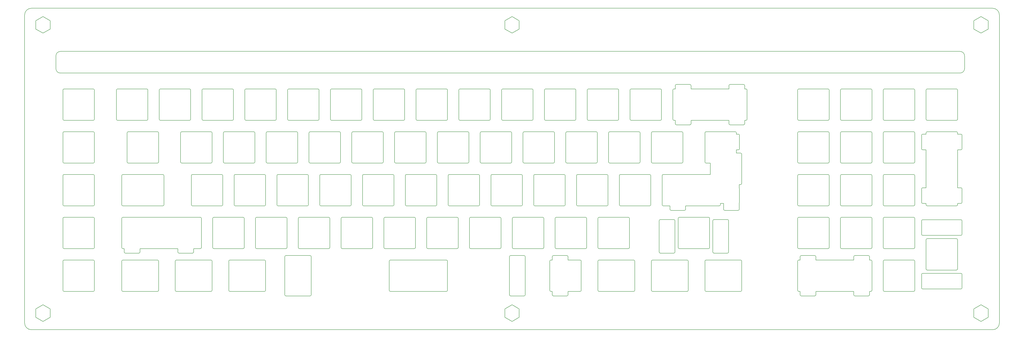
<source format=gbr>
G04 #@! TF.GenerationSoftware,KiCad,Pcbnew,(5.1.5)-3*
G04 #@! TF.CreationDate,2021-03-20T18:45:02-07:00*
G04 #@! TF.ProjectId,plate,706c6174-652e-46b6-9963-61645f706362,rev?*
G04 #@! TF.SameCoordinates,Original*
G04 #@! TF.FileFunction,Profile,NP*
%FSLAX46Y46*%
G04 Gerber Fmt 4.6, Leading zero omitted, Abs format (unit mm)*
G04 Created by KiCad (PCBNEW (5.1.5)-3) date 2021-03-20 18:45:02*
%MOMM*%
%LPD*%
G04 APERTURE LIST*
%ADD10C,0.200000*%
G04 APERTURE END LIST*
D10*
X358068750Y-10718474D02*
X358068750Y-147900000D01*
X325431247Y-57150002D02*
X325431247Y-44150002D01*
X338931247Y-43650002D02*
G75*
G02X339431247Y-44150002I0J-500000D01*
G01*
X97631250Y-100800000D02*
G75*
G02X98131250Y-101300000I0J-500000D01*
G01*
X84131250Y-101300000D02*
G75*
G02X84631250Y-100800000I500000J0D01*
G01*
X98918750Y-43650000D02*
X111918750Y-43650000D01*
X111918750Y-57650000D02*
X98918750Y-57650000D01*
X-75793749Y-10718474D02*
G75*
G02X-72793749Y-7718474I3000000J0D01*
G01*
X-72793749Y-150900000D02*
G75*
G02X-75793749Y-147900000I0J3000000D01*
G01*
X179881250Y-133850000D02*
G75*
G02X179381250Y-133350000I0J500000D01*
G01*
X325931247Y-57650002D02*
G75*
G02X325431247Y-57150002I0J500000D01*
G01*
X98918750Y-57650000D02*
G75*
G02X98418750Y-57150000I0J500000D01*
G01*
X98418750Y-44150000D02*
G75*
G02X98918750Y-43650000I500000J0D01*
G01*
X-72793749Y-7718474D02*
X355068750Y-7718474D01*
X84631250Y-100800000D02*
X97631250Y-100800000D01*
X358068750Y-147900000D02*
G75*
G02X355068750Y-150900000I-3000000J0D01*
G01*
X98131250Y-101300000D02*
X98131250Y-114300000D01*
X338931247Y-57650002D02*
X325931247Y-57650002D01*
X84131250Y-114300000D02*
X84131250Y-101300000D01*
X112418750Y-44150000D02*
X112418750Y-57150000D01*
X84631250Y-114800000D02*
G75*
G02X84131250Y-114300000I0J500000D01*
G01*
X355068750Y-150900000D02*
X-72793749Y-150900000D01*
X339431247Y-44150002D02*
X339431247Y-57150002D01*
X97631250Y-114800000D02*
X84631250Y-114800000D01*
X98131250Y-114300000D02*
G75*
G02X97631250Y-114800000I-500000J0D01*
G01*
X179381250Y-133350000D02*
X179381250Y-120350000D01*
X195762500Y-133350000D02*
G75*
G02X195262500Y-133850000I-500000J0D01*
G01*
X98418750Y-57150000D02*
X98418750Y-44150000D01*
X111918750Y-43650000D02*
G75*
G02X112418750Y-44150000I0J-500000D01*
G01*
X112418750Y-57150000D02*
G75*
G02X111918750Y-57650000I-500000J0D01*
G01*
X195262500Y-133850000D02*
X179881250Y-133850000D01*
X339431247Y-57150002D02*
G75*
G02X338931247Y-57650002I-500000J0D01*
G01*
X325431247Y-44150002D02*
G75*
G02X325931247Y-43650002I500000J0D01*
G01*
X-75793749Y-147900000D02*
X-75793749Y-10718474D01*
X355068750Y-7718474D02*
G75*
G02X358068750Y-10718474I0J-3000000D01*
G01*
X325931247Y-43650002D02*
X338931247Y-43650002D01*
X179381250Y-120350000D02*
G75*
G02X179881250Y-119850000I500000J0D01*
G01*
X320381247Y-44150002D02*
X320381247Y-57150002D01*
X-34931249Y-57150000D02*
X-34931249Y-44150000D01*
X242887500Y-119850000D02*
G75*
G02X243387500Y-120350000I0J-500000D01*
G01*
X-20931249Y-44150000D02*
X-20931249Y-57150000D01*
X306381247Y-57150002D02*
X306381247Y-44150002D01*
X306881247Y-57650002D02*
G75*
G02X306381247Y-57150002I0J500000D01*
G01*
X320381247Y-57150002D02*
G75*
G02X319881247Y-57650002I-500000J0D01*
G01*
X160331250Y-114300000D02*
X160331250Y-101300000D01*
X206662000Y-102300000D02*
G75*
G02X207162000Y-101800000I500000J0D01*
G01*
X319881247Y-43650002D02*
G75*
G02X320381247Y-44150002I0J-500000D01*
G01*
X160331250Y-101300000D02*
G75*
G02X160831250Y-100800000I500000J0D01*
G01*
X160831250Y-114800000D02*
G75*
G02X160331250Y-114300000I0J500000D01*
G01*
X207162000Y-116800000D02*
G75*
G02X206662000Y-116300000I0J500000D01*
G01*
X243387500Y-133350000D02*
G75*
G02X242887500Y-133850000I-500000J0D01*
G01*
X79868750Y-57650000D02*
G75*
G02X79368750Y-57150000I0J500000D01*
G01*
X87012500Y-133850000D02*
G75*
G02X86512500Y-133350000I0J500000D01*
G01*
X86512500Y-120350000D02*
G75*
G02X87012500Y-119850000I500000J0D01*
G01*
X227006250Y-120350000D02*
X227006250Y-133350000D01*
X213662000Y-102300000D02*
X213662000Y-116300000D01*
X93368750Y-57150000D02*
G75*
G02X92868750Y-57650000I-500000J0D01*
G01*
X306881247Y-43650002D02*
X319881247Y-43650002D01*
X306381247Y-44150002D02*
G75*
G02X306881247Y-43650002I500000J0D01*
G01*
X79868750Y-43650000D02*
X92868750Y-43650000D01*
X111918750Y-119850000D02*
G75*
G02X112418750Y-120350000I0J-500000D01*
G01*
X160831250Y-100800000D02*
X173831250Y-100800000D01*
X112418750Y-120350000D02*
X112418750Y-133350000D01*
X213162000Y-101800000D02*
G75*
G02X213662000Y-102300000I0J-500000D01*
G01*
X173831250Y-114800000D02*
X160831250Y-114800000D01*
X-1881249Y-57150000D02*
G75*
G02X-2381249Y-57650000I-500000J0D01*
G01*
X-2381249Y-57650000D02*
X-15381249Y-57650000D01*
X174331250Y-101300000D02*
X174331250Y-114300000D01*
X-15881249Y-57150000D02*
X-15881249Y-44150000D01*
X174331250Y-114300000D02*
G75*
G02X173831250Y-114800000I-500000J0D01*
G01*
X173831250Y-100800000D02*
G75*
G02X174331250Y-101300000I0J-500000D01*
G01*
X213662000Y-116300000D02*
G75*
G02X213162000Y-116800000I-500000J0D01*
G01*
X112418750Y-133350000D02*
G75*
G02X111918750Y-133850000I-500000J0D01*
G01*
X-20931249Y-57150000D02*
G75*
G02X-21431249Y-57650000I-500000J0D01*
G01*
X87012500Y-119850000D02*
X111918750Y-119850000D01*
X242887500Y-119850000D02*
X227506250Y-119850000D01*
X213162000Y-116800000D02*
X207162000Y-116800000D01*
X-21431249Y-43650000D02*
G75*
G02X-20931249Y-44150000I0J-500000D01*
G01*
X111918750Y-133850000D02*
X87012500Y-133850000D01*
X-34431249Y-43650000D02*
X-21431249Y-43650000D01*
X93368750Y-44150000D02*
X93368750Y-57150000D01*
X79368750Y-44150000D02*
G75*
G02X79868750Y-43650000I500000J0D01*
G01*
X-34931249Y-44150000D02*
G75*
G02X-34431249Y-43650000I500000J0D01*
G01*
X227006250Y-120350000D02*
G75*
G02X227506250Y-119850000I500000J0D01*
G01*
X243387500Y-133350000D02*
X243387500Y-120350000D01*
X227506250Y-133850000D02*
G75*
G02X227006250Y-133350000I0J500000D01*
G01*
X92868750Y-57650000D02*
X79868750Y-57650000D01*
X92868750Y-43650000D02*
G75*
G02X93368750Y-44150000I0J-500000D01*
G01*
X207162000Y-101800000D02*
X213162000Y-101800000D01*
X227506250Y-133850000D02*
X242887500Y-133850000D01*
X86512500Y-133350000D02*
X86512500Y-120350000D01*
X-21431249Y-57650000D02*
X-34431249Y-57650000D01*
X195762500Y-120350000D02*
X195762500Y-133350000D01*
X179881250Y-119850000D02*
X195262500Y-119850000D01*
X206662000Y-116300000D02*
X206662000Y-102300000D01*
X-15381249Y-57650000D02*
G75*
G02X-15881249Y-57150000I0J500000D01*
G01*
X-34431249Y-57650000D02*
G75*
G02X-34931249Y-57150000I0J500000D01*
G01*
X79368750Y-57150000D02*
X79368750Y-44150000D01*
X319881247Y-57650002D02*
X306881247Y-57650002D01*
X195262500Y-119850000D02*
G75*
G02X195762500Y-120350000I0J-500000D01*
G01*
X15575001Y-133850000D02*
G75*
G02X15075001Y-133350000I0J500000D01*
G01*
X31456251Y-120350000D02*
X31456251Y-133350000D01*
X30956251Y-119850000D02*
G75*
G02X31456251Y-120350000I0J-500000D01*
G01*
X15575001Y-119850000D02*
X30956251Y-119850000D01*
X78581250Y-114800000D02*
X65581250Y-114800000D01*
X306381247Y-101300002D02*
G75*
G02X306881247Y-100800002I500000J0D01*
G01*
X319881247Y-100800002D02*
G75*
G02X320381247Y-101300002I0J-500000D01*
G01*
X346668865Y-141648161D02*
X346668865Y-145348161D01*
X141137500Y-139798161D02*
X137933206Y-141648161D01*
X349873159Y-139798161D02*
X346668865Y-141648161D01*
X141281250Y-101300000D02*
G75*
G02X141781250Y-100800000I500000J0D01*
G01*
X319881247Y-133850002D02*
X306881247Y-133850002D01*
X319881247Y-119850002D02*
G75*
G02X320381247Y-120350002I0J-500000D01*
G01*
X79081250Y-101300000D02*
X79081250Y-114300000D01*
X237038000Y-116800000D02*
X231038000Y-116800000D01*
X237538000Y-102300000D02*
X237538000Y-116300000D01*
X231038000Y-101800000D02*
X237038000Y-101800000D01*
X306881247Y-114800002D02*
G75*
G02X306381247Y-114300002I0J500000D01*
G01*
X141781250Y-100800000D02*
X154781250Y-100800000D01*
X144341794Y-145348161D02*
X144341794Y-141648161D01*
X349873159Y-147198161D02*
X353077453Y-145348161D01*
X30956251Y-133850000D02*
X15575001Y-133850000D01*
X141781250Y-114800000D02*
G75*
G02X141281250Y-114300000I0J500000D01*
G01*
X319881247Y-100800002D02*
X306881247Y-100800002D01*
X230538000Y-116300000D02*
X230538000Y-102300000D01*
X31456251Y-133350000D02*
G75*
G02X30956251Y-133850000I-500000J0D01*
G01*
X65081250Y-101300000D02*
G75*
G02X65581250Y-100800000I500000J0D01*
G01*
X65081250Y-114300000D02*
X65081250Y-101300000D01*
X15075001Y-120350000D02*
G75*
G02X15575001Y-119850000I500000J0D01*
G01*
X353077453Y-141648161D02*
X349873159Y-139798161D01*
X306881247Y-119850002D02*
X319881247Y-119850002D01*
X306381247Y-120350002D02*
G75*
G02X306881247Y-119850002I500000J0D01*
G01*
X154781250Y-100800000D02*
G75*
G02X155281250Y-101300000I0J-500000D01*
G01*
X306881247Y-114800002D02*
X319881247Y-114800002D01*
X320381247Y-133350002D02*
G75*
G02X319881247Y-133850002I-500000J0D01*
G01*
X65581250Y-100800000D02*
X78581250Y-100800000D01*
X141137500Y-147198161D02*
X144341794Y-145348161D01*
X154781250Y-114800000D02*
X141781250Y-114800000D01*
X320381247Y-120350002D02*
X320381247Y-133350002D01*
X231038000Y-116800000D02*
G75*
G02X230538000Y-116300000I0J500000D01*
G01*
X78581250Y-100800000D02*
G75*
G02X79081250Y-101300000I0J-500000D01*
G01*
X155281250Y-101300000D02*
X155281250Y-114300000D01*
X320381247Y-114300002D02*
X320381247Y-101300002D01*
X346668865Y-145348161D02*
X349873159Y-147198161D01*
X306381247Y-101300002D02*
X306381247Y-114300002D01*
X144341794Y-141648161D02*
X141137500Y-139798161D01*
X306381247Y-133350002D02*
X306381247Y-120350002D01*
X230538000Y-102300000D02*
G75*
G02X231038000Y-101800000I500000J0D01*
G01*
X155281250Y-114300000D02*
G75*
G02X154781250Y-114800000I-500000J0D01*
G01*
X65581250Y-114800000D02*
G75*
G02X65081250Y-114300000I0J500000D01*
G01*
X237038000Y-101800000D02*
G75*
G02X237538000Y-102300000I0J-500000D01*
G01*
X141281250Y-114300000D02*
X141281250Y-101300000D01*
X79081250Y-114300000D02*
G75*
G02X78581250Y-114800000I-500000J0D01*
G01*
X320381247Y-114300002D02*
G75*
G02X319881247Y-114800002I-500000J0D01*
G01*
X353077453Y-145348161D02*
X353077453Y-141648161D01*
X137933206Y-145348161D02*
X141137500Y-147198161D01*
X-1881249Y-44150000D02*
X-1881249Y-57150000D01*
X-2381249Y-43650000D02*
G75*
G02X-1881249Y-44150000I0J-500000D01*
G01*
X-15381249Y-43650000D02*
X-2381249Y-43650000D01*
X-15881249Y-44150000D02*
G75*
G02X-15381249Y-43650000I500000J0D01*
G01*
X306881247Y-133850002D02*
G75*
G02X306381247Y-133350002I0J500000D01*
G01*
X237538000Y-116300000D02*
G75*
G02X237038000Y-116800000I-500000J0D01*
G01*
X15075001Y-133350000D02*
X15075001Y-120350000D01*
X137933206Y-141648161D02*
X137933206Y-145348161D01*
X203693750Y-133850000D02*
X219075000Y-133850000D01*
X16668751Y-43650000D02*
G75*
G02X17168751Y-44150000I0J-500000D01*
G01*
X-70807515Y-141656960D02*
X-70797363Y-145356946D01*
X3168751Y-44150000D02*
G75*
G02X3668751Y-43650000I500000J0D01*
G01*
X268781247Y-95750002D02*
G75*
G02X268281247Y-95250002I0J500000D01*
G01*
X282281247Y-82250002D02*
X282281247Y-95250002D01*
X281781247Y-81750002D02*
G75*
G02X282281247Y-82250002I0J-500000D01*
G01*
X-58743749Y-63200000D02*
G75*
G02X-58243749Y-62700000I500000J0D01*
G01*
X3668751Y-57650000D02*
G75*
G02X3168751Y-57150000I0J500000D01*
G01*
X282281247Y-95250002D02*
G75*
G02X281781247Y-95750002I-500000J0D01*
G01*
X3668751Y-43650000D02*
X16668751Y-43650000D01*
X-67588005Y-147198147D02*
X-64388799Y-145339363D01*
X-44743749Y-120350000D02*
X-44743749Y-133350000D01*
X59531250Y-100800000D02*
G75*
G02X60031250Y-101300000I0J-500000D01*
G01*
X46031251Y-114300000D02*
X46031251Y-101300000D01*
X-58243749Y-133850000D02*
G75*
G02X-58743749Y-133350000I0J500000D01*
G01*
X-58243749Y-76700000D02*
G75*
G02X-58743749Y-76200000I0J500000D01*
G01*
X219575000Y-133350000D02*
G75*
G02X219075000Y-133850000I-500000J0D01*
G01*
X268781247Y-81750002D02*
X281781247Y-81750002D01*
X46031251Y-101300000D02*
G75*
G02X46531251Y-100800000I500000J0D01*
G01*
X3168751Y-57150000D02*
X3168751Y-44150000D01*
X17168751Y-44150000D02*
X17168751Y-57150000D01*
X-58743749Y-76200000D02*
X-58743749Y-63200000D01*
X-45243749Y-119850000D02*
G75*
G02X-44743749Y-120350000I0J-500000D01*
G01*
X219075000Y-119850000D02*
G75*
G02X219575000Y-120350000I0J-500000D01*
G01*
X203193750Y-120350000D02*
X203193750Y-133350000D01*
X219075000Y-119850000D02*
X203693750Y-119850000D01*
X-44743749Y-133350000D02*
G75*
G02X-45243749Y-133850000I-500000J0D01*
G01*
X-58243749Y-119850000D02*
X-45243749Y-119850000D01*
X60031250Y-114300000D02*
G75*
G02X59531250Y-114800000I-500000J0D01*
G01*
X-70797363Y-145356946D02*
X-67588005Y-147198147D01*
X60031250Y-101300000D02*
X60031250Y-114300000D01*
X-58743749Y-133350000D02*
X-58743749Y-120350000D01*
X-45243749Y-76700000D02*
X-58243749Y-76700000D01*
X-44743749Y-76200000D02*
G75*
G02X-45243749Y-76700000I-500000J0D01*
G01*
X-45243749Y-133850000D02*
X-58243749Y-133850000D01*
X203693750Y-133850000D02*
G75*
G02X203193750Y-133350000I0J500000D01*
G01*
X17168751Y-57150000D02*
G75*
G02X16668751Y-57650000I-500000J0D01*
G01*
X59531250Y-114800000D02*
X46531251Y-114800000D01*
X46531251Y-100800000D02*
X59531250Y-100800000D01*
X203193750Y-120350000D02*
G75*
G02X203693750Y-119850000I500000J0D01*
G01*
X268281247Y-95250002D02*
X268281247Y-82250002D01*
X-44743749Y-63200000D02*
X-44743749Y-76200000D01*
X-58243749Y-62700000D02*
X-45243749Y-62700000D01*
X16668751Y-57650000D02*
X3668751Y-57650000D01*
X268281247Y-82250002D02*
G75*
G02X268781247Y-81750002I500000J0D01*
G01*
X281781247Y-95750002D02*
X268781247Y-95750002D01*
X46531251Y-114800000D02*
G75*
G02X46031251Y-114300000I0J500000D01*
G01*
X-58743749Y-120350000D02*
G75*
G02X-58243749Y-119850000I500000J0D01*
G01*
X-64388799Y-145339363D02*
X-64398951Y-141639377D01*
X-45243749Y-62700000D02*
G75*
G02X-44743749Y-63200000I0J-500000D01*
G01*
X219575000Y-133350000D02*
X219575000Y-120350000D01*
X-16668749Y-119850000D02*
X-32049999Y-119850000D01*
X325431247Y-110825002D02*
G75*
G02X325931247Y-110325002I500000J0D01*
G01*
X-32049999Y-133850000D02*
G75*
G02X-32549999Y-133350000I0J500000D01*
G01*
X325931247Y-124325002D02*
G75*
G02X325431247Y-123825002I0J500000D01*
G01*
X7931251Y-101300000D02*
G75*
G02X8431251Y-100800000I500000J0D01*
G01*
X-67598157Y-18820313D02*
X-64393863Y-16970313D01*
X-70802451Y-13270313D02*
X-70802451Y-16970313D01*
X141137500Y-18820313D02*
X144341794Y-16970313D01*
X137933206Y-16970313D02*
X141137500Y-18820313D01*
X215100000Y-114300000D02*
X215100000Y-101300000D01*
X229100000Y-101300000D02*
X229100000Y-114300000D01*
X-64393863Y-13270313D02*
X-67598157Y-11420313D01*
X-64393863Y-16970313D02*
X-64393863Y-13270313D01*
X229100000Y-114300000D02*
G75*
G02X228600000Y-114800000I-500000J0D01*
G01*
X338931247Y-110325002D02*
G75*
G02X339431247Y-110825002I0J-500000D01*
G01*
X21931251Y-114300000D02*
G75*
G02X21431251Y-114800000I-500000J0D01*
G01*
X188118750Y-57650000D02*
X175118750Y-57650000D01*
X175118750Y-43650000D02*
X188118750Y-43650000D01*
X144341794Y-16970313D02*
X144341794Y-13270313D01*
X7143751Y-133850000D02*
X-8237499Y-133850000D01*
X-32549999Y-120350000D02*
G75*
G02X-32049999Y-119850000I500000J0D01*
G01*
X325431247Y-123825002D02*
X325431247Y-110825002D01*
X137933206Y-13270313D02*
X137933206Y-16970313D01*
X-16168749Y-133350000D02*
X-16168749Y-120350000D01*
X-67608309Y-139798175D02*
X-70807515Y-141656960D01*
X21431251Y-114800000D02*
X8431251Y-114800000D01*
X8431251Y-100800000D02*
X21431251Y-100800000D01*
X-32549999Y-120350000D02*
X-32549999Y-133350000D01*
X188618750Y-57150000D02*
G75*
G02X188118750Y-57650000I-500000J0D01*
G01*
X215600000Y-114800000D02*
G75*
G02X215100000Y-114300000I0J500000D01*
G01*
X215100000Y-101300000D02*
G75*
G02X215600000Y-100800000I500000J0D01*
G01*
X228600000Y-114800000D02*
X215600000Y-114800000D01*
X228600000Y-100800000D02*
G75*
G02X229100000Y-101300000I0J-500000D01*
G01*
X8431251Y-114800000D02*
G75*
G02X7931251Y-114300000I0J500000D01*
G01*
X215600000Y-100800000D02*
X228600000Y-100800000D01*
X175118750Y-57650000D02*
G75*
G02X174618750Y-57150000I0J500000D01*
G01*
X188618750Y-44150000D02*
X188618750Y-57150000D01*
X339431247Y-123825002D02*
G75*
G02X338931247Y-124325002I-500000J0D01*
G01*
X7143751Y-119850000D02*
G75*
G02X7643751Y-120350000I0J-500000D01*
G01*
X144341794Y-13270313D02*
X141137500Y-11420313D01*
X325931247Y-110325002D02*
X338931247Y-110325002D01*
X-8237499Y-133850000D02*
G75*
G02X-8737499Y-133350000I0J500000D01*
G01*
X-8237499Y-119850000D02*
X7143751Y-119850000D01*
X174618750Y-57150000D02*
X174618750Y-44150000D01*
X7643751Y-120350000D02*
X7643751Y-133350000D01*
X-8737499Y-120350000D02*
G75*
G02X-8237499Y-119850000I500000J0D01*
G01*
X21431251Y-100800000D02*
G75*
G02X21931251Y-101300000I0J-500000D01*
G01*
X338931247Y-124325002D02*
X325931247Y-124325002D01*
X169856250Y-95250000D02*
X169856250Y-82250000D01*
X7931251Y-114300000D02*
X7931251Y-101300000D01*
X-70802451Y-16970313D02*
X-67598157Y-18820313D01*
X-8737499Y-133350000D02*
X-8737499Y-120350000D01*
X-16668749Y-119850000D02*
G75*
G02X-16168749Y-120350000I0J-500000D01*
G01*
X7643751Y-133350000D02*
G75*
G02X7143751Y-133850000I-500000J0D01*
G01*
X339431247Y-110825002D02*
X339431247Y-123825002D01*
X141137500Y-11420313D02*
X137933206Y-13270313D01*
X174618750Y-44150000D02*
G75*
G02X175118750Y-43650000I500000J0D01*
G01*
X170356250Y-95750000D02*
G75*
G02X169856250Y-95250000I0J500000D01*
G01*
X21931251Y-101300000D02*
X21931251Y-114300000D01*
X188118750Y-43650000D02*
G75*
G02X188618750Y-44150000I0J-500000D01*
G01*
X-67598157Y-11420313D02*
X-70802451Y-13270313D01*
X-32049999Y-133850000D02*
X-16668749Y-133850000D01*
X-64398951Y-141639377D02*
X-67608309Y-139798175D01*
X-16168749Y-133350000D02*
G75*
G02X-16668749Y-133850000I-500000J0D01*
G01*
X170356250Y-81750000D02*
X183356250Y-81750000D01*
X103681250Y-100800000D02*
X116681250Y-100800000D01*
X40981251Y-114300000D02*
G75*
G02X40481251Y-114800000I-500000J0D01*
G01*
X36218751Y-57150000D02*
G75*
G02X35718751Y-57650000I-500000J0D01*
G01*
X26981251Y-101300000D02*
G75*
G02X27481251Y-100800000I500000J0D01*
G01*
X40481251Y-114800000D02*
X27481251Y-114800000D01*
X40481251Y-100800000D02*
G75*
G02X40981251Y-101300000I0J-500000D01*
G01*
X35718751Y-57650000D02*
X22718751Y-57650000D01*
X36218751Y-44150000D02*
X36218751Y-57150000D01*
X22718751Y-43650000D02*
X35718751Y-43650000D01*
X300831247Y-114800002D02*
X287831247Y-114800002D01*
X287831247Y-100800002D02*
X300831247Y-100800002D01*
X136231250Y-114300000D02*
G75*
G02X135731250Y-114800000I-500000J0D01*
G01*
X122231250Y-101300000D02*
G75*
G02X122731250Y-100800000I500000J0D01*
G01*
X117181250Y-101300000D02*
X117181250Y-114300000D01*
X35718751Y-43650000D02*
G75*
G02X36218751Y-44150000I0J-500000D01*
G01*
X22218751Y-44150000D02*
G75*
G02X22718751Y-43650000I500000J0D01*
G01*
X179381250Y-114300000D02*
X179381250Y-101300000D01*
X320381247Y-95250002D02*
G75*
G02X319881247Y-95750002I-500000J0D01*
G01*
X287331247Y-101300002D02*
G75*
G02X287831247Y-100800002I500000J0D01*
G01*
X116681250Y-100800000D02*
G75*
G02X117181250Y-101300000I0J-500000D01*
G01*
X103181250Y-114300000D02*
X103181250Y-101300000D01*
X287331247Y-114300002D02*
X287331247Y-101300002D01*
X192881250Y-100800000D02*
G75*
G02X193381250Y-101300000I0J-500000D01*
G01*
X193381250Y-101300000D02*
X193381250Y-114300000D01*
X179381250Y-101300000D02*
G75*
G02X179881250Y-100800000I500000J0D01*
G01*
X103181250Y-101300000D02*
G75*
G02X103681250Y-100800000I500000J0D01*
G01*
X306381247Y-95250002D02*
X306381247Y-82250002D01*
X135731250Y-100800000D02*
G75*
G02X136231250Y-101300000I0J-500000D01*
G01*
X306381247Y-82250002D02*
G75*
G02X306881247Y-81750002I500000J0D01*
G01*
X306881247Y-81750002D02*
X319881247Y-81750002D01*
X183356250Y-95750000D02*
X170356250Y-95750000D01*
X320381247Y-82250002D02*
X320381247Y-95250002D01*
X169856250Y-82250000D02*
G75*
G02X170356250Y-81750000I500000J0D01*
G01*
X122731250Y-114800000D02*
G75*
G02X122231250Y-114300000I0J500000D01*
G01*
X27481251Y-114800000D02*
G75*
G02X26981251Y-114300000I0J500000D01*
G01*
X40981251Y-101300000D02*
X40981251Y-114300000D01*
X301331247Y-114300002D02*
G75*
G02X300831247Y-114800002I-500000J0D01*
G01*
X300831247Y-100800002D02*
G75*
G02X301331247Y-101300002I0J-500000D01*
G01*
X135731250Y-114800000D02*
X122731250Y-114800000D01*
X301331247Y-101300002D02*
X301331247Y-114300002D01*
X116681250Y-114800000D02*
X103681250Y-114800000D01*
X136231250Y-101300000D02*
X136231250Y-114300000D01*
X103681250Y-114800000D02*
G75*
G02X103181250Y-114300000I0J500000D01*
G01*
X340556750Y-36595250D02*
X-59868749Y-36595250D01*
X117181250Y-114300000D02*
G75*
G02X116681250Y-114800000I-500000J0D01*
G01*
X183856250Y-95250000D02*
G75*
G02X183356250Y-95750000I-500000J0D01*
G01*
X22218751Y-57150000D02*
X22218751Y-44150000D01*
X179881250Y-114800000D02*
G75*
G02X179381250Y-114300000I0J500000D01*
G01*
X319881247Y-95750002D02*
X306881247Y-95750002D01*
X26981251Y-114300000D02*
X26981251Y-101300000D01*
X287831247Y-114800002D02*
G75*
G02X287331247Y-114300002I0J500000D01*
G01*
X122731250Y-100800000D02*
X135731250Y-100800000D01*
X306881247Y-95750002D02*
G75*
G02X306381247Y-95250002I0J500000D01*
G01*
X183856250Y-82250000D02*
X183856250Y-95250000D01*
X179881250Y-100800000D02*
X192881250Y-100800000D01*
X183356250Y-81750000D02*
G75*
G02X183856250Y-82250000I0J-500000D01*
G01*
X192881250Y-114800000D02*
X179881250Y-114800000D01*
X27481251Y-100800000D02*
X40481251Y-100800000D01*
X319881247Y-81750002D02*
G75*
G02X320381247Y-82250002I0J-500000D01*
G01*
X193381250Y-114300000D02*
G75*
G02X192881250Y-114800000I-500000J0D01*
G01*
X22718751Y-57650000D02*
G75*
G02X22218751Y-57150000I0J500000D01*
G01*
X342556750Y-34595250D02*
G75*
G02X340556750Y-36595250I-2000000J0D01*
G01*
X122231250Y-114300000D02*
X122231250Y-101300000D01*
X112706250Y-95250000D02*
X112706250Y-82250000D01*
X341431247Y-108387002D02*
X341431247Y-102387002D01*
X113206250Y-95750000D02*
G75*
G02X112706250Y-95250000I0J500000D01*
G01*
X126206250Y-95750000D02*
X113206250Y-95750000D01*
X301331247Y-44150002D02*
X301331247Y-57150002D01*
X301331247Y-82250002D02*
X301331247Y-95250002D01*
X287831247Y-81750002D02*
X300831247Y-81750002D01*
X-58743749Y-44150000D02*
G75*
G02X-58243749Y-43650000I500000J0D01*
G01*
X147012500Y-118350000D02*
X147012500Y-135350000D01*
X146512500Y-135850000D02*
X140512500Y-135850000D01*
X301331247Y-95250002D02*
G75*
G02X300831247Y-95750002I-500000J0D01*
G01*
X287831247Y-43650002D02*
X300831247Y-43650002D01*
X287831247Y-57650002D02*
G75*
G02X287331247Y-57150002I0J500000D01*
G01*
X117468750Y-57150000D02*
X117468750Y-44150000D01*
X117968750Y-43650000D02*
X130968750Y-43650000D01*
X12693751Y-76200000D02*
X12693751Y-63200000D01*
X26193751Y-76700000D02*
X13193751Y-76700000D01*
X-45243749Y-57650000D02*
X-58243749Y-57650000D01*
X300831247Y-95750002D02*
X287831247Y-95750002D01*
X140512500Y-117850000D02*
X146512500Y-117850000D01*
X-45243749Y-43650000D02*
G75*
G02X-44743749Y-44150000I0J-500000D01*
G01*
X26193751Y-62700000D02*
G75*
G02X26693751Y-63200000I0J-500000D01*
G01*
X140512500Y-135850000D02*
G75*
G02X140012500Y-135350000I0J500000D01*
G01*
X300831247Y-81750002D02*
G75*
G02X301331247Y-82250002I0J-500000D01*
G01*
X131468750Y-44150000D02*
X131468750Y-57150000D01*
X126706250Y-95250000D02*
G75*
G02X126206250Y-95750000I-500000J0D01*
G01*
X131468750Y-57150000D02*
G75*
G02X130968750Y-57650000I-500000J0D01*
G01*
X300831247Y-57650002D02*
X287831247Y-57650002D01*
X147012500Y-135350000D02*
G75*
G02X146512500Y-135850000I-500000J0D01*
G01*
X340931247Y-101887002D02*
G75*
G02X341431247Y-102387002I0J-500000D01*
G01*
X126706250Y-82250000D02*
X126706250Y-95250000D01*
X126206250Y-81750000D02*
G75*
G02X126706250Y-82250000I0J-500000D01*
G01*
X287831247Y-95750002D02*
G75*
G02X287331247Y-95250002I0J500000D01*
G01*
X-58243749Y-57650000D02*
G75*
G02X-58743749Y-57150000I0J500000D01*
G01*
X287331247Y-44150002D02*
G75*
G02X287831247Y-43650002I500000J0D01*
G01*
X130968750Y-57650000D02*
X117968750Y-57650000D01*
X140012500Y-118350000D02*
G75*
G02X140512500Y-117850000I500000J0D01*
G01*
X13193751Y-62700000D02*
X26193751Y-62700000D01*
X287331247Y-57150002D02*
X287331247Y-44150002D01*
X130968750Y-43650000D02*
G75*
G02X131468750Y-44150000I0J-500000D01*
G01*
X117968750Y-57650000D02*
G75*
G02X117468750Y-57150000I0J500000D01*
G01*
X287331247Y-95250002D02*
X287331247Y-82250002D01*
X287331247Y-82250002D02*
G75*
G02X287831247Y-81750002I500000J0D01*
G01*
X-58243749Y-43650000D02*
X-45243749Y-43650000D01*
X-44743749Y-57150000D02*
G75*
G02X-45243749Y-57650000I-500000J0D01*
G01*
X146512500Y-117850000D02*
G75*
G02X147012500Y-118350000I0J-500000D01*
G01*
X113206250Y-81750000D02*
X126206250Y-81750000D01*
X26693751Y-76200000D02*
G75*
G02X26193751Y-76700000I-500000J0D01*
G01*
X12693751Y-63200000D02*
G75*
G02X13193751Y-62700000I500000J0D01*
G01*
X301331247Y-57150002D02*
G75*
G02X300831247Y-57650002I-500000J0D01*
G01*
X13193751Y-76700000D02*
G75*
G02X12693751Y-76200000I0J500000D01*
G01*
X26693751Y-63200000D02*
X26693751Y-76200000D01*
X300831247Y-43650002D02*
G75*
G02X301331247Y-44150002I0J-500000D01*
G01*
X-58743749Y-57150000D02*
X-58743749Y-44150000D01*
X-44743749Y-44150000D02*
X-44743749Y-57150000D01*
X140012500Y-135350000D02*
X140012500Y-118350000D01*
X342556750Y-28941697D02*
X342556750Y-34595250D01*
X340556750Y-26941697D02*
G75*
G02X342556750Y-28941697I0J-2000000D01*
G01*
X-59868749Y-26941697D02*
X340556750Y-26941697D01*
X-61868749Y-28941697D02*
G75*
G02X-59868749Y-26941697I2000000J0D01*
G01*
X112706250Y-82250000D02*
G75*
G02X113206250Y-81750000I500000J0D01*
G01*
X117468750Y-44150000D02*
G75*
G02X117968750Y-43650000I500000J0D01*
G01*
X-61868749Y-34595250D02*
X-61868749Y-28941697D01*
X-59868749Y-36595250D02*
G75*
G02X-61868749Y-34595250I0J2000000D01*
G01*
X245268750Y-57650000D02*
X244681750Y-57650000D01*
X237681750Y-43650000D02*
X237681750Y-42150000D01*
X213805750Y-42150000D02*
G75*
G02X214305750Y-41650000I500000J0D01*
G01*
X300831247Y-119850002D02*
X300244247Y-119850002D01*
X293244247Y-119850002D02*
X276368247Y-119850002D01*
X238181750Y-41650000D02*
X244181750Y-41650000D01*
X340931247Y-101887002D02*
X323931247Y-101887002D01*
X323431247Y-102387002D02*
G75*
G02X323931247Y-101887002I500000J0D01*
G01*
X245268750Y-43650000D02*
G75*
G02X245768750Y-44150000I0J-500000D01*
G01*
X341431247Y-108387002D02*
G75*
G02X340931247Y-108887002I-500000J0D01*
G01*
X237681750Y-59150000D02*
X237681750Y-57650000D01*
X244181750Y-59650000D02*
X238181750Y-59650000D01*
X300244247Y-133850002D02*
X300831247Y-133850002D01*
X323931247Y-108887002D02*
G75*
G02X323431247Y-108387002I0J500000D01*
G01*
X301331247Y-133350002D02*
X301331247Y-120350002D01*
X323931247Y-108887002D02*
X340931247Y-108887002D01*
X323431247Y-102387002D02*
X323431247Y-108387002D01*
X220805750Y-43650000D02*
X237681750Y-43650000D01*
X213805750Y-59150000D02*
X213805750Y-57650000D01*
X245768750Y-44150000D02*
X245768750Y-57150000D01*
X237681750Y-42150000D02*
G75*
G02X238181750Y-41650000I500000J0D01*
G01*
X40512501Y-135850000D02*
G75*
G02X40012501Y-135350000I0J500000D01*
G01*
X301331247Y-133350002D02*
G75*
G02X300831247Y-133850002I-500000J0D01*
G01*
X276368247Y-133850002D02*
X293244247Y-133850002D01*
X51268750Y-135850000D02*
X40512501Y-135850000D01*
X51768750Y-135350000D02*
G75*
G02X51268750Y-135850000I-500000J0D01*
G01*
X51768750Y-118350000D02*
X51768750Y-135350000D01*
X213805750Y-57650000D02*
X213218750Y-57650000D01*
X214305750Y-59650000D02*
G75*
G02X213805750Y-59150000I0J500000D01*
G01*
X237681750Y-57650000D02*
X220805750Y-57650000D01*
X293744247Y-135850002D02*
X299744247Y-135850002D01*
X51268750Y-117850000D02*
G75*
G02X51768750Y-118350000I0J-500000D01*
G01*
X40512501Y-117850000D02*
X51268750Y-117850000D01*
X40012501Y-135350000D02*
X40012501Y-118350000D01*
X212718750Y-57150000D02*
X212718750Y-44150000D01*
X244681750Y-57650000D02*
X244681750Y-59150000D01*
X244681750Y-42150000D02*
X244681750Y-43650000D01*
X212718750Y-44150000D02*
G75*
G02X213218750Y-43650000I500000J0D01*
G01*
X220805750Y-42150000D02*
X220805750Y-43650000D01*
X300244247Y-119850002D02*
X300244247Y-118350002D01*
X293244247Y-118350002D02*
X293244247Y-119850002D01*
X293244247Y-133850002D02*
X293244247Y-135350002D01*
X214305750Y-41650000D02*
X220305750Y-41650000D01*
X293244247Y-118350002D02*
G75*
G02X293744247Y-117850002I500000J0D01*
G01*
X300244247Y-135350002D02*
X300244247Y-133850002D01*
X299744247Y-117850002D02*
X293744247Y-117850002D01*
X299744247Y-117850002D02*
G75*
G02X300244247Y-118350002I0J-500000D01*
G01*
X300244247Y-135350002D02*
G75*
G02X299744247Y-135850002I-500000J0D01*
G01*
X300831247Y-119850002D02*
G75*
G02X301331247Y-120350002I0J-500000D01*
G01*
X220805750Y-59150000D02*
G75*
G02X220305750Y-59650000I-500000J0D01*
G01*
X244681750Y-59150000D02*
G75*
G02X244181750Y-59650000I-500000J0D01*
G01*
X244181750Y-41650000D02*
G75*
G02X244681750Y-42150000I0J-500000D01*
G01*
X245768750Y-57150000D02*
G75*
G02X245268750Y-57650000I-500000J0D01*
G01*
X244681750Y-43650000D02*
X245268750Y-43650000D01*
X220305750Y-41650000D02*
G75*
G02X220805750Y-42150000I0J-500000D01*
G01*
X213218750Y-43650000D02*
X213805750Y-43650000D01*
X238181750Y-59650000D02*
G75*
G02X237681750Y-59150000I0J500000D01*
G01*
X276368247Y-135350002D02*
X276368247Y-133850002D01*
X293744247Y-135850002D02*
G75*
G02X293244247Y-135350002I0J500000D01*
G01*
X220805750Y-57650000D02*
X220805750Y-59150000D01*
X213805750Y-43650000D02*
X213805750Y-42150000D01*
X40012501Y-118350000D02*
G75*
G02X40512501Y-117850000I500000J0D01*
G01*
X213218750Y-57650000D02*
G75*
G02X212718750Y-57150000I0J500000D01*
G01*
X220305750Y-59650000D02*
X214305750Y-59650000D01*
X166068750Y-118350000D02*
X166068750Y-119850000D01*
X159568750Y-117850000D02*
X165568750Y-117850000D01*
X323431247Y-94163002D02*
X323431247Y-88163002D01*
X159068750Y-119850000D02*
X159068750Y-118350000D01*
X323431247Y-132263002D02*
X323431247Y-126263002D01*
X323931247Y-132763002D02*
G75*
G02X323431247Y-132263002I0J500000D01*
G01*
X323931247Y-63787002D02*
X325431247Y-63787002D01*
X323431247Y-64287002D02*
G75*
G02X323931247Y-63787002I500000J0D01*
G01*
X323431247Y-88163002D02*
G75*
G02X323931247Y-87663002I500000J0D01*
G01*
X325431247Y-94663002D02*
X323931247Y-94663002D01*
X157950000Y-120350000D02*
G75*
G02X158450000Y-119850000I500000J0D01*
G01*
X325931247Y-62700002D02*
X338931247Y-62700002D01*
X165568750Y-117850000D02*
G75*
G02X166068750Y-118350000I0J-500000D01*
G01*
X325431247Y-63200002D02*
G75*
G02X325931247Y-62700002I500000J0D01*
G01*
X171950000Y-133350000D02*
G75*
G02X171450000Y-133850000I-500000J0D01*
G01*
X340931247Y-125763002D02*
G75*
G02X341431247Y-126263002I0J-500000D01*
G01*
X306381247Y-76200002D02*
X306381247Y-63200002D01*
X320381247Y-63200002D02*
X320381247Y-76200002D01*
X325431247Y-70787002D02*
X323931247Y-70787002D01*
X276368247Y-135350002D02*
G75*
G02X275868247Y-135850002I-500000J0D01*
G01*
X269368247Y-118350002D02*
G75*
G02X269868247Y-117850002I500000J0D01*
G01*
X159068750Y-133850000D02*
X158450000Y-133850000D01*
X340931247Y-132763002D02*
X323931247Y-132763002D01*
X268781247Y-133850002D02*
G75*
G02X268281247Y-133350002I0J500000D01*
G01*
X269868247Y-135850002D02*
X275868247Y-135850002D01*
X171450000Y-133850000D02*
X166068750Y-133850000D01*
X166068750Y-119850000D02*
X171450000Y-119850000D01*
X269368247Y-118350002D02*
X269368247Y-119850002D01*
X306881247Y-76700002D02*
G75*
G02X306381247Y-76200002I0J500000D01*
G01*
X269868247Y-135850002D02*
G75*
G02X269368247Y-135350002I0J500000D01*
G01*
X269368247Y-133850002D02*
X269368247Y-135350002D01*
X268781247Y-133850002D02*
X269368247Y-133850002D01*
X166068750Y-133850000D02*
X166068750Y-135350000D01*
X323431247Y-126263002D02*
G75*
G02X323931247Y-125763002I500000J0D01*
G01*
X319881247Y-76700002D02*
X306881247Y-76700002D01*
X323931247Y-87663002D02*
X325431247Y-87663002D01*
X323431247Y-70287002D02*
X323431247Y-64287002D01*
X165568750Y-135850000D02*
X159568750Y-135850000D01*
X323931247Y-94663002D02*
G75*
G02X323431247Y-94163002I0J500000D01*
G01*
X341431247Y-126263002D02*
X341431247Y-132263002D01*
X157950000Y-133350000D02*
X157950000Y-120350000D01*
X268281247Y-120350002D02*
X268281247Y-133350002D01*
X268281247Y-120350002D02*
G75*
G02X268781247Y-119850002I500000J0D01*
G01*
X323931247Y-125763002D02*
X340931247Y-125763002D01*
X269368247Y-119850002D02*
X268781247Y-119850002D01*
X275868247Y-117850002D02*
X269868247Y-117850002D01*
X171450000Y-119850000D02*
G75*
G02X171950000Y-120350000I0J-500000D01*
G01*
X159568750Y-135850000D02*
G75*
G02X159068750Y-135350000I0J500000D01*
G01*
X306881247Y-62700002D02*
X319881247Y-62700002D01*
X166068750Y-135350000D02*
G75*
G02X165568750Y-135850000I-500000J0D01*
G01*
X159068750Y-118350000D02*
G75*
G02X159568750Y-117850000I500000J0D01*
G01*
X275868247Y-117850002D02*
G75*
G02X276368247Y-118350002I0J-500000D01*
G01*
X325431247Y-87663002D02*
X325431247Y-70787002D01*
X276368247Y-119850002D02*
X276368247Y-118350002D01*
X171950000Y-120350000D02*
X171950000Y-133350000D01*
X341431247Y-132263002D02*
G75*
G02X340931247Y-132763002I-500000J0D01*
G01*
X319881247Y-62700002D02*
G75*
G02X320381247Y-63200002I0J-500000D01*
G01*
X306381247Y-63200002D02*
G75*
G02X306881247Y-62700002I500000J0D01*
G01*
X158450000Y-119850000D02*
X159068750Y-119850000D01*
X320381247Y-76200002D02*
G75*
G02X319881247Y-76700002I-500000J0D01*
G01*
X325431247Y-63787002D02*
X325431247Y-63200002D01*
X323931247Y-70787002D02*
G75*
G02X323431247Y-70287002I0J500000D01*
G01*
X158450000Y-133850000D02*
G75*
G02X157950000Y-133350000I0J500000D01*
G01*
X159068750Y-135350000D02*
X159068750Y-133850000D01*
X-30168749Y-63200000D02*
X-30168749Y-76200000D01*
X233862500Y-95250000D02*
G75*
G02X233362500Y-95750000I-500000J0D01*
G01*
X241006250Y-72225000D02*
X242887500Y-72225000D01*
X235300500Y-94663000D02*
X233862500Y-94663000D01*
X235300500Y-97250000D02*
X235300500Y-94663000D01*
X242300500Y-97250000D02*
G75*
G02X241800500Y-97750000I-500000J0D01*
G01*
X242387500Y-88163000D02*
X242387500Y-94163000D01*
X242300500Y-87881165D02*
G75*
G02X242387500Y-88163000I-413000J-281835D01*
G01*
X242300500Y-86225000D02*
X242300500Y-87881165D01*
X287831247Y-76700002D02*
G75*
G02X287331247Y-76200002I0J500000D01*
G01*
X242387500Y-70287000D02*
G75*
G02X241887500Y-70787000I-500000J0D01*
G01*
X300831247Y-62700002D02*
G75*
G02X301331247Y-63200002I0J-500000D01*
G01*
X83343750Y-62700000D02*
G75*
G02X83843750Y-63200000I0J-500000D01*
G01*
X243387500Y-85725000D02*
G75*
G02X242887500Y-86225000I-500000J0D01*
G01*
X242387500Y-64287000D02*
X242387500Y-70287000D01*
X287331247Y-63200002D02*
G75*
G02X287831247Y-62700002I500000J0D01*
G01*
X287831247Y-62700002D02*
X300831247Y-62700002D01*
X70343750Y-62700000D02*
X83343750Y-62700000D01*
X70343750Y-76700000D02*
G75*
G02X69843750Y-76200000I0J500000D01*
G01*
X-16168749Y-76200000D02*
G75*
G02X-16668749Y-76700000I-500000J0D01*
G01*
X242887500Y-72225000D02*
G75*
G02X243387500Y-72725000I0J-500000D01*
G01*
X-29668749Y-76700000D02*
G75*
G02X-30168749Y-76200000I0J500000D01*
G01*
X241887500Y-70787000D02*
X241006250Y-70787000D01*
X241006250Y-70787000D02*
X241006250Y-72225000D01*
X241887500Y-63787000D02*
G75*
G02X242387500Y-64287000I0J-500000D01*
G01*
X-16168749Y-76200000D02*
X-16168749Y-63200000D01*
X69843750Y-76200000D02*
X69843750Y-63200000D01*
X207956250Y-82250000D02*
G75*
G02X208456250Y-81750000I500000J0D01*
G01*
X207956250Y-95250000D02*
X207956250Y-82250000D01*
X235800500Y-97750000D02*
G75*
G02X235300500Y-97250000I0J500000D01*
G01*
X242387501Y-94163001D02*
G75*
G02X242300500Y-94444836I-500001J1D01*
G01*
X155568750Y-57150000D02*
X155568750Y-44150000D01*
X218424500Y-97250000D02*
G75*
G02X217924500Y-97750000I-500000J0D01*
G01*
X300831247Y-76700002D02*
X287831247Y-76700002D01*
X301331247Y-63200002D02*
X301331247Y-76200002D01*
X242887500Y-86225000D02*
X242300500Y-86225000D01*
X83843750Y-76200000D02*
G75*
G02X83343750Y-76700000I-500000J0D01*
G01*
X83343750Y-76700000D02*
X70343750Y-76700000D01*
X301331247Y-76200002D02*
G75*
G02X300831247Y-76700002I-500000J0D01*
G01*
X83843750Y-63200000D02*
X83843750Y-76200000D01*
X208456250Y-95750000D02*
G75*
G02X207956250Y-95250000I0J500000D01*
G01*
X211424500Y-97250000D02*
X211424500Y-95750000D01*
X217924500Y-97750000D02*
X211924500Y-97750000D01*
X-30168749Y-63200000D02*
G75*
G02X-29668749Y-62700000I500000J0D01*
G01*
X218424500Y-95750000D02*
X218424500Y-97250000D01*
X211424500Y-95750000D02*
X208456250Y-95750000D01*
X242300500Y-94444836D02*
X242300500Y-97250000D01*
X287331247Y-76200002D02*
X287331247Y-63200002D01*
X-29668749Y-76700000D02*
X-16668749Y-76700000D01*
X211924500Y-97750000D02*
G75*
G02X211424500Y-97250000I0J500000D01*
G01*
X-16668749Y-62700000D02*
X-29668749Y-62700000D01*
X241800500Y-97750000D02*
X235800500Y-97750000D01*
X-16668749Y-62700000D02*
G75*
G02X-16168749Y-63200000I0J-500000D01*
G01*
X243387500Y-72725000D02*
X243387500Y-85725000D01*
X233862500Y-94663000D02*
X233862500Y-95250000D01*
X233362500Y-95750000D02*
X218424500Y-95750000D01*
X69843750Y-63200000D02*
G75*
G02X70343750Y-62700000I500000J0D01*
G01*
X349873159Y-11420313D02*
X346668865Y-13270313D01*
X108443750Y-62700000D02*
X121443750Y-62700000D01*
X281781247Y-43650002D02*
G75*
G02X282281247Y-44150002I0J-500000D01*
G01*
X156068750Y-43650000D02*
X169068750Y-43650000D01*
X155568750Y-44150000D02*
G75*
G02X156068750Y-43650000I500000J0D01*
G01*
X107943750Y-76200000D02*
X107943750Y-63200000D01*
X7643751Y-63200000D02*
X7643751Y-76200000D01*
X-5856249Y-62700000D02*
X7143751Y-62700000D01*
X268281247Y-44150002D02*
G75*
G02X268781247Y-43650002I500000J0D01*
G01*
X150518750Y-57150000D02*
G75*
G02X150018750Y-57650000I-500000J0D01*
G01*
X164306250Y-95750000D02*
X151306250Y-95750000D01*
X136518750Y-44150000D02*
G75*
G02X137018750Y-43650000I500000J0D01*
G01*
X7143751Y-62700000D02*
G75*
G02X7643751Y-63200000I0J-500000D01*
G01*
X151306250Y-81750000D02*
X164306250Y-81750000D01*
X164806250Y-82250000D02*
X164806250Y-95250000D01*
X353077453Y-16970313D02*
X353077453Y-13270313D01*
X150018750Y-57650000D02*
X137018750Y-57650000D01*
X137018750Y-43650000D02*
X150018750Y-43650000D01*
X-6356249Y-76200000D02*
X-6356249Y-63200000D01*
X60318750Y-57150000D02*
X60318750Y-44150000D01*
X140993750Y-76200000D02*
G75*
G02X140493750Y-76700000I-500000J0D01*
G01*
X107943750Y-63200000D02*
G75*
G02X108443750Y-62700000I500000J0D01*
G01*
X346668865Y-13270313D02*
X346668865Y-16970313D01*
X282281247Y-44150002D02*
X282281247Y-57150002D01*
X137018750Y-57650000D02*
G75*
G02X136518750Y-57150000I0J500000D01*
G01*
X121443750Y-62700000D02*
G75*
G02X121943750Y-63200000I0J-500000D01*
G01*
X7643751Y-76200000D02*
G75*
G02X7143751Y-76700000I-500000J0D01*
G01*
X346668865Y-16970313D02*
X349873159Y-18820313D01*
X169568750Y-44150000D02*
X169568750Y-57150000D01*
X156068750Y-57650000D02*
G75*
G02X155568750Y-57150000I0J500000D01*
G01*
X126993750Y-76200000D02*
X126993750Y-63200000D01*
X169568750Y-57150000D02*
G75*
G02X169068750Y-57650000I-500000J0D01*
G01*
X150806250Y-95250000D02*
X150806250Y-82250000D01*
X121943750Y-63200000D02*
X121943750Y-76200000D01*
X151306250Y-95750000D02*
G75*
G02X150806250Y-95250000I0J500000D01*
G01*
X150806250Y-82250000D02*
G75*
G02X151306250Y-81750000I500000J0D01*
G01*
X60818750Y-57650000D02*
G75*
G02X60318750Y-57150000I0J500000D01*
G01*
X121443750Y-76700000D02*
X108443750Y-76700000D01*
X164806250Y-95250000D02*
G75*
G02X164306250Y-95750000I-500000J0D01*
G01*
X268281247Y-57150002D02*
X268281247Y-44150002D01*
X349873159Y-18820313D02*
X353077453Y-16970313D01*
X140493750Y-76700000D02*
X127493750Y-76700000D01*
X127493750Y-62700000D02*
X140493750Y-62700000D01*
X268781247Y-57650002D02*
G75*
G02X268281247Y-57150002I0J500000D01*
G01*
X126993750Y-63200000D02*
G75*
G02X127493750Y-62700000I500000J0D01*
G01*
X140493750Y-62700000D02*
G75*
G02X140993750Y-63200000I0J-500000D01*
G01*
X7143751Y-76700000D02*
X-5856249Y-76700000D01*
X281781247Y-57650002D02*
X268781247Y-57650002D01*
X108443750Y-76700000D02*
G75*
G02X107943750Y-76200000I0J500000D01*
G01*
X121943750Y-76200000D02*
G75*
G02X121443750Y-76700000I-500000J0D01*
G01*
X-6356249Y-63200000D02*
G75*
G02X-5856249Y-62700000I500000J0D01*
G01*
X169068750Y-43650000D02*
G75*
G02X169568750Y-44150000I0J-500000D01*
G01*
X282281247Y-57150002D02*
G75*
G02X281781247Y-57650002I-500000J0D01*
G01*
X150518750Y-44150000D02*
X150518750Y-57150000D01*
X150018750Y-43650000D02*
G75*
G02X150518750Y-44150000I0J-500000D01*
G01*
X73818750Y-57650000D02*
X60818750Y-57650000D01*
X127493750Y-76700000D02*
G75*
G02X126993750Y-76200000I0J500000D01*
G01*
X140993750Y-63200000D02*
X140993750Y-76200000D01*
X353077453Y-13270313D02*
X349873159Y-11420313D01*
X-5856249Y-76700000D02*
G75*
G02X-6356249Y-76200000I0J500000D01*
G01*
X164306250Y-81750000D02*
G75*
G02X164806250Y-82250000I0J-500000D01*
G01*
X268781247Y-43650002D02*
X281781247Y-43650002D01*
X169068750Y-57650000D02*
X156068750Y-57650000D01*
X136518750Y-57150000D02*
X136518750Y-44150000D01*
X339431247Y-95250002D02*
G75*
G02X338931247Y-95750002I-500000J0D01*
G01*
X340931247Y-87663002D02*
G75*
G02X341431247Y-88163002I0J-500000D01*
G01*
X341431247Y-64287002D02*
X341431247Y-70287002D01*
X340931247Y-63787002D02*
G75*
G02X341431247Y-64287002I0J-500000D01*
G01*
X2381251Y-100800000D02*
X-32049999Y-100800000D01*
X11906251Y-81750000D02*
G75*
G02X12406251Y-82250000I0J-500000D01*
G01*
X241006250Y-63787000D02*
X241887500Y-63787000D01*
X227506250Y-62700000D02*
X240506250Y-62700000D01*
X227006250Y-63200000D02*
G75*
G02X227506250Y-62700000I500000J0D01*
G01*
X12406251Y-95250000D02*
G75*
G02X11906251Y-95750000I-500000J0D01*
G01*
X11906251Y-95750000D02*
X-1093749Y-95750000D01*
X240506250Y-62700000D02*
G75*
G02X241006250Y-63200000I0J-500000D01*
G01*
X339431247Y-63787002D02*
X340931247Y-63787002D01*
X-30962999Y-116800000D02*
G75*
G02X-31462999Y-116300000I0J500000D01*
G01*
X2881251Y-114300000D02*
X2881251Y-101300000D01*
X-24462999Y-114800000D02*
X-7586999Y-114800000D01*
X-7086999Y-116800000D02*
G75*
G02X-7586999Y-116300000I0J500000D01*
G01*
X-1093749Y-95750000D02*
G75*
G02X-1593749Y-95250000I0J500000D01*
G01*
X229387500Y-81750000D02*
X229387500Y-76700000D01*
X-32049999Y-114800000D02*
G75*
G02X-32549999Y-114300000I0J500000D01*
G01*
X-45243749Y-100800000D02*
X-58243749Y-100800000D01*
X-44743749Y-114300000D02*
G75*
G02X-45243749Y-114800000I-500000J0D01*
G01*
X227006250Y-76200000D02*
X227006250Y-63200000D01*
X12406251Y-82250000D02*
X12406251Y-95250000D01*
X-586999Y-116300000D02*
G75*
G02X-1086999Y-116800000I-500000J0D01*
G01*
X339431247Y-94663002D02*
X339431247Y-95250002D01*
X-586999Y-116300000D02*
X-586999Y-114800000D01*
X-32549999Y-101300000D02*
X-32549999Y-114300000D01*
X340931247Y-94663002D02*
X339431247Y-94663002D01*
X341431247Y-88163002D02*
X341431247Y-94163002D01*
X339431247Y-87663002D02*
X340931247Y-87663002D01*
X-24462999Y-116300000D02*
X-24462999Y-114800000D01*
X340931247Y-70787002D02*
X339431247Y-70787002D01*
X-1593749Y-95250000D02*
X-1593749Y-82250000D01*
X341431247Y-70287002D02*
G75*
G02X340931247Y-70787002I-500000J0D01*
G01*
X-32049999Y-114800000D02*
X-31462999Y-114800000D01*
X-586999Y-114800000D02*
X2381251Y-114800000D01*
X-58243749Y-114800000D02*
X-45243749Y-114800000D01*
X-7086999Y-116800000D02*
X-1086999Y-116800000D01*
X229387500Y-76700000D02*
X227506250Y-76700000D01*
X-31462999Y-114800000D02*
X-31462999Y-116300000D01*
X-58743749Y-101300000D02*
X-58743749Y-114300000D01*
X2881251Y-114300000D02*
G75*
G02X2381251Y-114800000I-500000J0D01*
G01*
X208456250Y-81750000D02*
X229387500Y-81750000D01*
X-1093749Y-81750000D02*
X11906251Y-81750000D01*
X339431247Y-63200002D02*
X339431247Y-63787002D01*
X338931247Y-62700002D02*
G75*
G02X339431247Y-63200002I0J-500000D01*
G01*
X-45243749Y-100800000D02*
G75*
G02X-44743749Y-101300000I0J-500000D01*
G01*
X-58243749Y-114800000D02*
G75*
G02X-58743749Y-114300000I0J500000D01*
G01*
X339431247Y-70787002D02*
X339431247Y-87663002D01*
X-58743749Y-101300000D02*
G75*
G02X-58243749Y-100800000I500000J0D01*
G01*
X-44743749Y-114300000D02*
X-44743749Y-101300000D01*
X-24462999Y-116300000D02*
G75*
G02X-24962999Y-116800000I-500000J0D01*
G01*
X-32549999Y-101300000D02*
G75*
G02X-32049999Y-100800000I500000J0D01*
G01*
X2381251Y-100800000D02*
G75*
G02X2881251Y-101300000I0J-500000D01*
G01*
X-1593749Y-82250000D02*
G75*
G02X-1093749Y-81750000I500000J0D01*
G01*
X227506250Y-76700000D02*
G75*
G02X227006250Y-76200000I0J500000D01*
G01*
X325431247Y-95250002D02*
X325431247Y-94663002D01*
X338931247Y-95750002D02*
X325931247Y-95750002D01*
X-30962999Y-116800000D02*
X-24962999Y-116800000D01*
X241006250Y-63200000D02*
X241006250Y-63787000D01*
X-7586999Y-114800000D02*
X-7586999Y-116300000D01*
X341431247Y-94163002D02*
G75*
G02X340931247Y-94663002I-500000J0D01*
G01*
X325931247Y-95750002D02*
G75*
G02X325431247Y-95250002I0J500000D01*
G01*
X107156250Y-81750000D02*
G75*
G02X107656250Y-82250000I0J-500000D01*
G01*
X159543750Y-62700000D02*
X146543750Y-62700000D01*
X160043750Y-76200000D02*
X160043750Y-63200000D01*
X146543750Y-76700000D02*
X159543750Y-76700000D01*
X193668750Y-57150000D02*
X193668750Y-44150000D01*
X202906250Y-95250000D02*
G75*
G02X202406250Y-95750000I-500000J0D01*
G01*
X202906250Y-82250000D02*
X202906250Y-95250000D01*
X194168750Y-57650000D02*
G75*
G02X193668750Y-57150000I0J500000D01*
G01*
X64293750Y-62700000D02*
G75*
G02X64793750Y-63200000I0J-500000D01*
G01*
X146043750Y-63200000D02*
X146043750Y-76200000D01*
X188906250Y-95250000D02*
X188906250Y-82250000D01*
X159543750Y-62700000D02*
G75*
G02X160043750Y-63200000I0J-500000D01*
G01*
X189406250Y-95750000D02*
G75*
G02X188906250Y-95250000I0J500000D01*
G01*
X207168750Y-43650000D02*
G75*
G02X207668750Y-44150000I0J-500000D01*
G01*
X268281247Y-114300002D02*
X268281247Y-101300002D01*
X282281247Y-101300002D02*
X282281247Y-114300002D01*
X188906250Y-82250000D02*
G75*
G02X189406250Y-81750000I500000J0D01*
G01*
X74318750Y-57150000D02*
G75*
G02X73818750Y-57650000I-500000J0D01*
G01*
X73818750Y-43650000D02*
G75*
G02X74318750Y-44150000I0J-500000D01*
G01*
X55268750Y-44150000D02*
X55268750Y-57150000D01*
X207168750Y-57650000D02*
X194168750Y-57650000D01*
X74318750Y-44150000D02*
X74318750Y-57150000D01*
X60818750Y-43650000D02*
X73818750Y-43650000D01*
X146043750Y-63200000D02*
G75*
G02X146543750Y-62700000I500000J0D01*
G01*
X107656250Y-82250000D02*
X107656250Y-95250000D01*
X268781247Y-114800002D02*
G75*
G02X268281247Y-114300002I0J500000D01*
G01*
X64793750Y-76200000D02*
X64793750Y-63200000D01*
X54768750Y-57650000D02*
X41768751Y-57650000D01*
X107656250Y-95250000D02*
G75*
G02X107156250Y-95750000I-500000J0D01*
G01*
X193668750Y-44150000D02*
G75*
G02X194168750Y-43650000I500000J0D01*
G01*
X281781247Y-114800002D02*
X268781247Y-114800002D01*
X202406250Y-81750000D02*
G75*
G02X202906250Y-82250000I0J-500000D01*
G01*
X64293750Y-62700000D02*
X51293750Y-62700000D01*
X94156250Y-95750000D02*
G75*
G02X93656250Y-95250000I0J500000D01*
G01*
X60318750Y-44150000D02*
G75*
G02X60818750Y-43650000I500000J0D01*
G01*
X207668750Y-44150000D02*
X207668750Y-57150000D01*
X41268751Y-57150000D02*
X41268751Y-44150000D01*
X41768751Y-57650000D02*
G75*
G02X41268751Y-57150000I0J500000D01*
G01*
X194168750Y-43650000D02*
X207168750Y-43650000D01*
X55268750Y-57150000D02*
G75*
G02X54768750Y-57650000I-500000J0D01*
G01*
X54768750Y-43650000D02*
G75*
G02X55268750Y-44150000I0J-500000D01*
G01*
X93656250Y-82250000D02*
G75*
G02X94156250Y-81750000I500000J0D01*
G01*
X93656250Y-95250000D02*
X93656250Y-82250000D01*
X268781247Y-100800002D02*
X281781247Y-100800002D01*
X107156250Y-95750000D02*
X94156250Y-95750000D01*
X160043750Y-76200000D02*
G75*
G02X159543750Y-76700000I-500000J0D01*
G01*
X41768751Y-43650000D02*
X54768750Y-43650000D01*
X50793750Y-63200000D02*
G75*
G02X51293750Y-62700000I500000J0D01*
G01*
X94156250Y-81750000D02*
X107156250Y-81750000D01*
X207668750Y-57150000D02*
G75*
G02X207168750Y-57650000I-500000J0D01*
G01*
X281781247Y-100800002D02*
G75*
G02X282281247Y-101300002I0J-500000D01*
G01*
X268281247Y-101300002D02*
G75*
G02X268781247Y-100800002I500000J0D01*
G01*
X282281247Y-114300002D02*
G75*
G02X281781247Y-114800002I-500000J0D01*
G01*
X146543750Y-76700000D02*
G75*
G02X146043750Y-76200000I0J500000D01*
G01*
X189406250Y-81750000D02*
X202406250Y-81750000D01*
X202406250Y-95750000D02*
X189406250Y-95750000D01*
X41268751Y-44150000D02*
G75*
G02X41768751Y-43650000I500000J0D01*
G01*
X45243751Y-76700000D02*
X32243751Y-76700000D01*
X165593750Y-62700000D02*
X178593750Y-62700000D01*
X203193750Y-63200000D02*
G75*
G02X203693750Y-62700000I500000J0D01*
G01*
X45743751Y-76200000D02*
G75*
G02X45243751Y-76700000I-500000J0D01*
G01*
X45743751Y-63200000D02*
X45743751Y-76200000D01*
X45243751Y-62700000D02*
G75*
G02X45743751Y-63200000I0J-500000D01*
G01*
X32243751Y-62700000D02*
X45243751Y-62700000D01*
X88893750Y-76200000D02*
X88893750Y-63200000D01*
X102893750Y-63200000D02*
X102893750Y-76200000D01*
X30956251Y-95750000D02*
X17956251Y-95750000D01*
X268781247Y-76700002D02*
G75*
G02X268281247Y-76200002I0J500000D01*
G01*
X281781247Y-62700002D02*
G75*
G02X282281247Y-63200002I0J-500000D01*
G01*
X17956251Y-81750000D02*
X30956251Y-81750000D01*
X216693750Y-62700000D02*
G75*
G02X217193750Y-63200000I0J-500000D01*
G01*
X198143750Y-63200000D02*
X198143750Y-76200000D01*
X102393750Y-62700000D02*
G75*
G02X102893750Y-63200000I0J-500000D01*
G01*
X203693750Y-76700000D02*
G75*
G02X203193750Y-76200000I0J500000D01*
G01*
X89393750Y-62700000D02*
X102393750Y-62700000D01*
X179093750Y-76200000D02*
G75*
G02X178593750Y-76700000I-500000J0D01*
G01*
X184143750Y-76200000D02*
X184143750Y-63200000D01*
X197643750Y-62700000D02*
G75*
G02X198143750Y-63200000I0J-500000D01*
G01*
X217193750Y-76200000D02*
G75*
G02X216693750Y-76700000I-500000J0D01*
G01*
X30956251Y-81750000D02*
G75*
G02X31456251Y-82250000I0J-500000D01*
G01*
X17956251Y-95750000D02*
G75*
G02X17456251Y-95250000I0J500000D01*
G01*
X17456251Y-95250000D02*
X17456251Y-82250000D01*
X178593750Y-62700000D02*
G75*
G02X179093750Y-63200000I0J-500000D01*
G01*
X178593750Y-76700000D02*
X165593750Y-76700000D01*
X268781247Y-62700002D02*
X281781247Y-62700002D01*
X282281247Y-76200002D02*
G75*
G02X281781247Y-76700002I-500000J0D01*
G01*
X165093750Y-63200000D02*
G75*
G02X165593750Y-62700000I500000J0D01*
G01*
X-58243749Y-95750000D02*
G75*
G02X-58743749Y-95250000I0J500000D01*
G01*
X51293750Y-76700000D02*
X64293750Y-76700000D01*
X89393750Y-76700000D02*
G75*
G02X88893750Y-76200000I0J500000D01*
G01*
X102393750Y-76700000D02*
X89393750Y-76700000D01*
X184143750Y-63200000D02*
G75*
G02X184643750Y-62700000I500000J0D01*
G01*
X102893750Y-76200000D02*
G75*
G02X102393750Y-76700000I-500000J0D01*
G01*
X203693750Y-62700000D02*
X216693750Y-62700000D01*
X268281247Y-63200002D02*
G75*
G02X268781247Y-62700002I500000J0D01*
G01*
X203193750Y-76200000D02*
X203193750Y-63200000D01*
X268281247Y-76200002D02*
X268281247Y-63200002D01*
X197643750Y-76700000D02*
X184643750Y-76700000D01*
X-44743749Y-95250000D02*
G75*
G02X-45243749Y-95750000I-500000J0D01*
G01*
X281781247Y-76700002D02*
X268781247Y-76700002D01*
X184643750Y-76700000D02*
G75*
G02X184143750Y-76200000I0J500000D01*
G01*
X17456251Y-82250000D02*
G75*
G02X17956251Y-81750000I500000J0D01*
G01*
X198143750Y-76200000D02*
G75*
G02X197643750Y-76700000I-500000J0D01*
G01*
X64793750Y-76200000D02*
G75*
G02X64293750Y-76700000I-500000J0D01*
G01*
X-58743749Y-95250000D02*
X-58743749Y-82250000D01*
X216693750Y-76700000D02*
X203693750Y-76700000D01*
X88893750Y-63200000D02*
G75*
G02X89393750Y-62700000I500000J0D01*
G01*
X51293750Y-76700000D02*
G75*
G02X50793750Y-76200000I0J500000D01*
G01*
X50793750Y-63200000D02*
X50793750Y-76200000D01*
X31743751Y-63200000D02*
G75*
G02X32243751Y-62700000I500000J0D01*
G01*
X282281247Y-63200002D02*
X282281247Y-76200002D01*
X165093750Y-76200000D02*
X165093750Y-63200000D01*
X179093750Y-63200000D02*
X179093750Y-76200000D01*
X31456251Y-95250000D02*
G75*
G02X30956251Y-95750000I-500000J0D01*
G01*
X31456251Y-82250000D02*
X31456251Y-95250000D01*
X-45243749Y-95750000D02*
X-58243749Y-95750000D01*
X165593750Y-76700000D02*
G75*
G02X165093750Y-76200000I0J500000D01*
G01*
X217193750Y-63200000D02*
X217193750Y-76200000D01*
X31743751Y-76200000D02*
X31743751Y-63200000D01*
X32243751Y-76700000D02*
G75*
G02X31743751Y-76200000I0J500000D01*
G01*
X184643750Y-62700000D02*
X197643750Y-62700000D01*
X-32049999Y-81750000D02*
X-14287499Y-81750000D01*
X-32549999Y-82250000D02*
G75*
G02X-32049999Y-81750000I500000J0D01*
G01*
X36506251Y-82250000D02*
G75*
G02X37006251Y-81750000I500000J0D01*
G01*
X145256250Y-95750000D02*
X132256250Y-95750000D01*
X145256250Y-81750000D02*
G75*
G02X145756250Y-82250000I0J-500000D01*
G01*
X145756250Y-95250000D02*
G75*
G02X145256250Y-95750000I-500000J0D01*
G01*
X75106250Y-95750000D02*
G75*
G02X74606250Y-95250000I0J500000D01*
G01*
X88606250Y-95250000D02*
G75*
G02X88106250Y-95750000I-500000J0D01*
G01*
X88106250Y-81750000D02*
G75*
G02X88606250Y-82250000I0J-500000D01*
G01*
X-14287499Y-81750000D02*
G75*
G02X-13787499Y-82250000I0J-500000D01*
G01*
X50506250Y-95250000D02*
G75*
G02X50006250Y-95750000I-500000J0D01*
G01*
X131756250Y-95250000D02*
X131756250Y-82250000D01*
X-32549999Y-95250000D02*
X-32549999Y-82250000D01*
X37006251Y-81750000D02*
X50006250Y-81750000D01*
X55556250Y-82250000D02*
G75*
G02X56056250Y-81750000I500000J0D01*
G01*
X55556250Y-95250000D02*
X55556250Y-82250000D01*
X56056250Y-81750000D02*
X69056250Y-81750000D01*
X145756250Y-82250000D02*
X145756250Y-95250000D01*
X69056250Y-81750000D02*
G75*
G02X69556250Y-82250000I0J-500000D01*
G01*
X-13787499Y-82250000D02*
X-13787499Y-95250000D01*
X50006250Y-95750000D02*
X37006251Y-95750000D01*
X-32049999Y-95750000D02*
G75*
G02X-32549999Y-95250000I0J500000D01*
G01*
X69056250Y-95750000D02*
X56056250Y-95750000D01*
X74606250Y-95250000D02*
X74606250Y-82250000D01*
X69556250Y-82250000D02*
X69556250Y-95250000D01*
X-13787499Y-95250000D02*
G75*
G02X-14287499Y-95750000I-500000J0D01*
G01*
X75106250Y-81750000D02*
X88106250Y-81750000D01*
X132256250Y-95750000D02*
G75*
G02X131756250Y-95250000I0J500000D01*
G01*
X36506251Y-95250000D02*
X36506251Y-82250000D01*
X50506250Y-82250000D02*
X50506250Y-95250000D01*
X132256250Y-81750000D02*
X145256250Y-81750000D01*
X131756250Y-82250000D02*
G75*
G02X132256250Y-81750000I500000J0D01*
G01*
X-14287499Y-95750000D02*
X-32049999Y-95750000D01*
X88606250Y-82250000D02*
X88606250Y-95250000D01*
X74606250Y-82250000D02*
G75*
G02X75106250Y-81750000I500000J0D01*
G01*
X37006251Y-95750000D02*
G75*
G02X36506251Y-95250000I0J500000D01*
G01*
X50006250Y-81750000D02*
G75*
G02X50506250Y-82250000I0J-500000D01*
G01*
X-44743749Y-82250000D02*
X-44743749Y-95250000D01*
X-45243749Y-81750000D02*
G75*
G02X-44743749Y-82250000I0J-500000D01*
G01*
X-58243749Y-81750000D02*
X-45243749Y-81750000D01*
X-58743749Y-82250000D02*
G75*
G02X-58243749Y-81750000I500000J0D01*
G01*
X56056250Y-95750000D02*
G75*
G02X55556250Y-95250000I0J500000D01*
G01*
X88106250Y-95750000D02*
X75106250Y-95750000D01*
X69556250Y-95250000D02*
G75*
G02X69056250Y-95750000I-500000J0D01*
G01*
M02*

</source>
